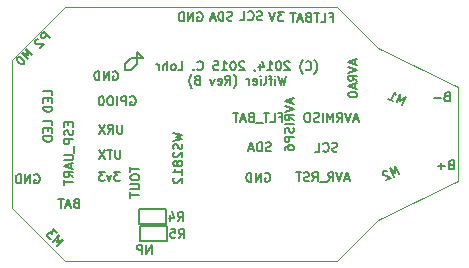
<source format=gbo>
G04 (created by PCBNEW (2013-jul-07)-stable) date Mon 22 Jun 2015 08:36:27 PM EDT*
%MOIN*%
G04 Gerber Fmt 3.4, Leading zero omitted, Abs format*
%FSLAX34Y34*%
G01*
G70*
G90*
G04 APERTURE LIST*
%ADD10C,0.00590551*%
%ADD11C,0.006*%
%ADD12C,0.00393701*%
%ADD13C,0.00787402*%
%ADD14C,0.005*%
G04 APERTURE END LIST*
G54D10*
G54D11*
X26814Y-23028D02*
X26914Y-23028D01*
X26914Y-23185D02*
X26914Y-22885D01*
X26772Y-22885D01*
X26514Y-23185D02*
X26657Y-23185D01*
X26657Y-22885D01*
X26457Y-22885D02*
X26286Y-22885D01*
X26372Y-23185D02*
X26372Y-22885D01*
X26257Y-23214D02*
X26029Y-23214D01*
X25857Y-23028D02*
X25815Y-23042D01*
X25800Y-23056D01*
X25786Y-23085D01*
X25786Y-23128D01*
X25800Y-23156D01*
X25815Y-23171D01*
X25843Y-23185D01*
X25957Y-23185D01*
X25957Y-22885D01*
X25857Y-22885D01*
X25829Y-22899D01*
X25815Y-22914D01*
X25800Y-22942D01*
X25800Y-22971D01*
X25815Y-22999D01*
X25829Y-23014D01*
X25857Y-23028D01*
X25957Y-23028D01*
X25672Y-23099D02*
X25529Y-23099D01*
X25700Y-23185D02*
X25600Y-22885D01*
X25500Y-23185D01*
X25443Y-22885D02*
X25272Y-22885D01*
X25357Y-23185D02*
X25357Y-22885D01*
X26523Y-24159D02*
X26480Y-24173D01*
X26408Y-24173D01*
X26380Y-24159D01*
X26366Y-24144D01*
X26351Y-24116D01*
X26351Y-24087D01*
X26366Y-24059D01*
X26380Y-24044D01*
X26408Y-24030D01*
X26466Y-24016D01*
X26494Y-24002D01*
X26508Y-23987D01*
X26523Y-23959D01*
X26523Y-23930D01*
X26508Y-23902D01*
X26494Y-23887D01*
X26466Y-23873D01*
X26394Y-23873D01*
X26351Y-23887D01*
X26223Y-24173D02*
X26223Y-23873D01*
X26151Y-23873D01*
X26109Y-23887D01*
X26080Y-23916D01*
X26066Y-23944D01*
X26051Y-24002D01*
X26051Y-24044D01*
X26066Y-24102D01*
X26080Y-24130D01*
X26109Y-24159D01*
X26151Y-24173D01*
X26223Y-24173D01*
X25937Y-24087D02*
X25794Y-24087D01*
X25966Y-24173D02*
X25866Y-23873D01*
X25766Y-24173D01*
X26338Y-24902D02*
X26367Y-24888D01*
X26410Y-24888D01*
X26452Y-24902D01*
X26481Y-24931D01*
X26495Y-24959D01*
X26510Y-25017D01*
X26510Y-25059D01*
X26495Y-25117D01*
X26481Y-25145D01*
X26452Y-25174D01*
X26410Y-25188D01*
X26381Y-25188D01*
X26338Y-25174D01*
X26324Y-25159D01*
X26324Y-25059D01*
X26381Y-25059D01*
X26195Y-25188D02*
X26195Y-24888D01*
X26024Y-25188D01*
X26024Y-24888D01*
X25881Y-25188D02*
X25881Y-24888D01*
X25810Y-24888D01*
X25767Y-24902D01*
X25738Y-24931D01*
X25724Y-24959D01*
X25710Y-25017D01*
X25710Y-25059D01*
X25724Y-25117D01*
X25738Y-25145D01*
X25767Y-25174D01*
X25810Y-25188D01*
X25881Y-25188D01*
X29144Y-25081D02*
X29001Y-25081D01*
X29173Y-25167D02*
X29073Y-24867D01*
X28973Y-25167D01*
X28915Y-24867D02*
X28815Y-25167D01*
X28715Y-24867D01*
X28444Y-25167D02*
X28544Y-25024D01*
X28615Y-25167D02*
X28615Y-24867D01*
X28501Y-24867D01*
X28472Y-24881D01*
X28458Y-24896D01*
X28444Y-24924D01*
X28444Y-24967D01*
X28458Y-24996D01*
X28472Y-25010D01*
X28501Y-25024D01*
X28615Y-25024D01*
X28387Y-25196D02*
X28158Y-25196D01*
X27915Y-25167D02*
X28015Y-25024D01*
X28087Y-25167D02*
X28087Y-24867D01*
X27973Y-24867D01*
X27944Y-24881D01*
X27930Y-24896D01*
X27915Y-24924D01*
X27915Y-24967D01*
X27930Y-24996D01*
X27944Y-25010D01*
X27973Y-25024D01*
X28087Y-25024D01*
X27801Y-25153D02*
X27758Y-25167D01*
X27687Y-25167D01*
X27658Y-25153D01*
X27644Y-25138D01*
X27630Y-25110D01*
X27630Y-25081D01*
X27644Y-25053D01*
X27658Y-25038D01*
X27687Y-25024D01*
X27744Y-25010D01*
X27773Y-24996D01*
X27787Y-24981D01*
X27801Y-24953D01*
X27801Y-24924D01*
X27787Y-24896D01*
X27773Y-24881D01*
X27744Y-24867D01*
X27673Y-24867D01*
X27630Y-24881D01*
X27544Y-24867D02*
X27373Y-24867D01*
X27458Y-25167D02*
X27458Y-24867D01*
X28740Y-24170D02*
X28697Y-24184D01*
X28625Y-24184D01*
X28597Y-24170D01*
X28582Y-24155D01*
X28568Y-24127D01*
X28568Y-24098D01*
X28582Y-24070D01*
X28597Y-24055D01*
X28625Y-24041D01*
X28682Y-24027D01*
X28711Y-24013D01*
X28725Y-23998D01*
X28740Y-23970D01*
X28740Y-23941D01*
X28725Y-23913D01*
X28711Y-23898D01*
X28682Y-23884D01*
X28611Y-23884D01*
X28568Y-23898D01*
X28268Y-24155D02*
X28283Y-24170D01*
X28325Y-24184D01*
X28354Y-24184D01*
X28397Y-24170D01*
X28425Y-24141D01*
X28440Y-24113D01*
X28454Y-24055D01*
X28454Y-24013D01*
X28440Y-23955D01*
X28425Y-23927D01*
X28397Y-23898D01*
X28354Y-23884D01*
X28325Y-23884D01*
X28283Y-23898D01*
X28268Y-23913D01*
X27997Y-24184D02*
X28140Y-24184D01*
X28140Y-23884D01*
X29431Y-23107D02*
X29289Y-23107D01*
X29460Y-23193D02*
X29360Y-22893D01*
X29260Y-23193D01*
X29203Y-22893D02*
X29103Y-23193D01*
X29003Y-22893D01*
X28731Y-23193D02*
X28831Y-23050D01*
X28903Y-23193D02*
X28903Y-22893D01*
X28789Y-22893D01*
X28760Y-22907D01*
X28746Y-22922D01*
X28731Y-22950D01*
X28731Y-22993D01*
X28746Y-23022D01*
X28760Y-23036D01*
X28789Y-23050D01*
X28903Y-23050D01*
X28603Y-23193D02*
X28603Y-22893D01*
X28503Y-23107D01*
X28403Y-22893D01*
X28403Y-23193D01*
X28260Y-23193D02*
X28260Y-22893D01*
X28131Y-23179D02*
X28089Y-23193D01*
X28017Y-23193D01*
X27989Y-23179D01*
X27974Y-23164D01*
X27960Y-23136D01*
X27960Y-23107D01*
X27974Y-23079D01*
X27989Y-23064D01*
X28017Y-23050D01*
X28074Y-23036D01*
X28103Y-23022D01*
X28117Y-23007D01*
X28131Y-22979D01*
X28131Y-22950D01*
X28117Y-22922D01*
X28103Y-22907D01*
X28074Y-22893D01*
X28003Y-22893D01*
X27960Y-22907D01*
X27774Y-22893D02*
X27717Y-22893D01*
X27689Y-22907D01*
X27660Y-22936D01*
X27646Y-22993D01*
X27646Y-23093D01*
X27660Y-23150D01*
X27689Y-23179D01*
X27717Y-23193D01*
X27774Y-23193D01*
X27803Y-23179D01*
X27831Y-23150D01*
X27846Y-23093D01*
X27846Y-22993D01*
X27831Y-22936D01*
X27803Y-22907D01*
X27774Y-22893D01*
G54D12*
X28718Y-19360D02*
X19662Y-19360D01*
X28718Y-27825D02*
X19662Y-27825D01*
X19662Y-27825D02*
X17891Y-26053D01*
X17891Y-21132D02*
X19662Y-19360D01*
X32753Y-25167D02*
X30096Y-26447D01*
X32753Y-22018D02*
X32753Y-25167D01*
X30096Y-20738D02*
X32753Y-22018D01*
X17891Y-21132D02*
X17891Y-26053D01*
G54D13*
X21876Y-21461D02*
X21676Y-21461D01*
X22076Y-21261D02*
X21876Y-21461D01*
X22076Y-21061D02*
X22076Y-21261D01*
X22276Y-21061D02*
X22076Y-21061D01*
X22076Y-20861D02*
X22276Y-21061D01*
X22076Y-21061D02*
X22076Y-20861D01*
X21876Y-21061D02*
X22076Y-21061D01*
X21676Y-21261D02*
X21876Y-21061D01*
X21676Y-21461D02*
X21676Y-21261D01*
G54D11*
X27981Y-21575D02*
X27995Y-21561D01*
X28024Y-21518D01*
X28038Y-21490D01*
X28052Y-21447D01*
X28067Y-21375D01*
X28067Y-21318D01*
X28052Y-21247D01*
X28038Y-21204D01*
X28024Y-21175D01*
X27995Y-21132D01*
X27981Y-21118D01*
X27695Y-21432D02*
X27709Y-21447D01*
X27752Y-21461D01*
X27781Y-21461D01*
X27824Y-21447D01*
X27852Y-21418D01*
X27867Y-21390D01*
X27881Y-21332D01*
X27881Y-21290D01*
X27867Y-21232D01*
X27852Y-21204D01*
X27824Y-21175D01*
X27781Y-21161D01*
X27752Y-21161D01*
X27709Y-21175D01*
X27695Y-21190D01*
X27595Y-21575D02*
X27581Y-21561D01*
X27552Y-21518D01*
X27538Y-21490D01*
X27524Y-21447D01*
X27509Y-21375D01*
X27509Y-21318D01*
X27524Y-21247D01*
X27538Y-21204D01*
X27552Y-21175D01*
X27581Y-21132D01*
X27595Y-21118D01*
X27152Y-21190D02*
X27138Y-21175D01*
X27109Y-21161D01*
X27038Y-21161D01*
X27009Y-21175D01*
X26995Y-21190D01*
X26981Y-21218D01*
X26981Y-21247D01*
X26995Y-21290D01*
X27167Y-21461D01*
X26981Y-21461D01*
X26795Y-21161D02*
X26767Y-21161D01*
X26738Y-21175D01*
X26724Y-21190D01*
X26709Y-21218D01*
X26695Y-21275D01*
X26695Y-21347D01*
X26709Y-21404D01*
X26724Y-21432D01*
X26738Y-21447D01*
X26767Y-21461D01*
X26795Y-21461D01*
X26824Y-21447D01*
X26838Y-21432D01*
X26852Y-21404D01*
X26867Y-21347D01*
X26867Y-21275D01*
X26852Y-21218D01*
X26838Y-21190D01*
X26824Y-21175D01*
X26795Y-21161D01*
X26409Y-21461D02*
X26581Y-21461D01*
X26495Y-21461D02*
X26495Y-21161D01*
X26524Y-21204D01*
X26552Y-21232D01*
X26581Y-21247D01*
X26152Y-21261D02*
X26152Y-21461D01*
X26224Y-21147D02*
X26295Y-21361D01*
X26109Y-21361D01*
X25981Y-21447D02*
X25981Y-21461D01*
X25995Y-21490D01*
X26009Y-21504D01*
X25638Y-21190D02*
X25624Y-21175D01*
X25595Y-21161D01*
X25524Y-21161D01*
X25495Y-21175D01*
X25481Y-21190D01*
X25467Y-21218D01*
X25467Y-21247D01*
X25481Y-21290D01*
X25652Y-21461D01*
X25467Y-21461D01*
X25281Y-21161D02*
X25252Y-21161D01*
X25224Y-21175D01*
X25210Y-21190D01*
X25195Y-21218D01*
X25181Y-21275D01*
X25181Y-21347D01*
X25195Y-21404D01*
X25210Y-21432D01*
X25224Y-21447D01*
X25252Y-21461D01*
X25281Y-21461D01*
X25310Y-21447D01*
X25324Y-21432D01*
X25338Y-21404D01*
X25352Y-21347D01*
X25352Y-21275D01*
X25338Y-21218D01*
X25324Y-21190D01*
X25310Y-21175D01*
X25281Y-21161D01*
X24895Y-21461D02*
X25067Y-21461D01*
X24981Y-21461D02*
X24981Y-21161D01*
X25010Y-21204D01*
X25038Y-21232D01*
X25067Y-21247D01*
X24624Y-21161D02*
X24767Y-21161D01*
X24781Y-21304D01*
X24767Y-21290D01*
X24738Y-21275D01*
X24667Y-21275D01*
X24638Y-21290D01*
X24624Y-21304D01*
X24610Y-21332D01*
X24610Y-21404D01*
X24624Y-21432D01*
X24638Y-21447D01*
X24667Y-21461D01*
X24738Y-21461D01*
X24767Y-21447D01*
X24781Y-21432D01*
X24081Y-21432D02*
X24095Y-21447D01*
X24138Y-21461D01*
X24167Y-21461D01*
X24210Y-21447D01*
X24238Y-21418D01*
X24252Y-21390D01*
X24267Y-21332D01*
X24267Y-21290D01*
X24252Y-21232D01*
X24238Y-21204D01*
X24210Y-21175D01*
X24167Y-21161D01*
X24138Y-21161D01*
X24095Y-21175D01*
X24081Y-21190D01*
X23952Y-21432D02*
X23938Y-21447D01*
X23952Y-21461D01*
X23967Y-21447D01*
X23952Y-21432D01*
X23952Y-21461D01*
X23438Y-21461D02*
X23581Y-21461D01*
X23581Y-21161D01*
X23295Y-21461D02*
X23324Y-21447D01*
X23338Y-21432D01*
X23352Y-21404D01*
X23352Y-21318D01*
X23338Y-21290D01*
X23324Y-21275D01*
X23295Y-21261D01*
X23252Y-21261D01*
X23224Y-21275D01*
X23210Y-21290D01*
X23195Y-21318D01*
X23195Y-21404D01*
X23210Y-21432D01*
X23224Y-21447D01*
X23252Y-21461D01*
X23295Y-21461D01*
X23067Y-21461D02*
X23067Y-21161D01*
X22938Y-21461D02*
X22938Y-21304D01*
X22952Y-21275D01*
X22981Y-21261D01*
X23024Y-21261D01*
X23052Y-21275D01*
X23067Y-21290D01*
X22795Y-21461D02*
X22795Y-21261D01*
X22795Y-21318D02*
X22781Y-21290D01*
X22767Y-21275D01*
X22738Y-21261D01*
X22710Y-21261D01*
X27038Y-21641D02*
X26967Y-21941D01*
X26909Y-21727D01*
X26852Y-21941D01*
X26781Y-21641D01*
X26667Y-21941D02*
X26667Y-21741D01*
X26667Y-21641D02*
X26681Y-21655D01*
X26667Y-21670D01*
X26652Y-21655D01*
X26667Y-21641D01*
X26667Y-21670D01*
X26567Y-21741D02*
X26452Y-21741D01*
X26524Y-21941D02*
X26524Y-21684D01*
X26510Y-21655D01*
X26481Y-21641D01*
X26452Y-21641D01*
X26309Y-21941D02*
X26338Y-21927D01*
X26352Y-21898D01*
X26352Y-21641D01*
X26195Y-21941D02*
X26195Y-21741D01*
X26195Y-21641D02*
X26209Y-21655D01*
X26195Y-21670D01*
X26181Y-21655D01*
X26195Y-21641D01*
X26195Y-21670D01*
X25938Y-21927D02*
X25967Y-21941D01*
X26024Y-21941D01*
X26052Y-21927D01*
X26067Y-21898D01*
X26067Y-21784D01*
X26052Y-21755D01*
X26024Y-21741D01*
X25967Y-21741D01*
X25938Y-21755D01*
X25924Y-21784D01*
X25924Y-21812D01*
X26067Y-21841D01*
X25795Y-21941D02*
X25795Y-21741D01*
X25795Y-21798D02*
X25781Y-21770D01*
X25767Y-21755D01*
X25738Y-21741D01*
X25709Y-21741D01*
X25295Y-22055D02*
X25310Y-22041D01*
X25338Y-21998D01*
X25352Y-21970D01*
X25367Y-21927D01*
X25381Y-21855D01*
X25381Y-21798D01*
X25367Y-21727D01*
X25352Y-21684D01*
X25338Y-21655D01*
X25310Y-21612D01*
X25295Y-21598D01*
X25010Y-21941D02*
X25110Y-21798D01*
X25181Y-21941D02*
X25181Y-21641D01*
X25067Y-21641D01*
X25038Y-21655D01*
X25024Y-21670D01*
X25010Y-21698D01*
X25010Y-21741D01*
X25024Y-21770D01*
X25038Y-21784D01*
X25067Y-21798D01*
X25181Y-21798D01*
X24767Y-21927D02*
X24795Y-21941D01*
X24852Y-21941D01*
X24881Y-21927D01*
X24895Y-21898D01*
X24895Y-21784D01*
X24881Y-21755D01*
X24852Y-21741D01*
X24795Y-21741D01*
X24767Y-21755D01*
X24752Y-21784D01*
X24752Y-21812D01*
X24895Y-21841D01*
X24652Y-21741D02*
X24581Y-21941D01*
X24510Y-21741D01*
X24067Y-21784D02*
X24024Y-21798D01*
X24010Y-21812D01*
X23995Y-21841D01*
X23995Y-21884D01*
X24010Y-21912D01*
X24024Y-21927D01*
X24052Y-21941D01*
X24167Y-21941D01*
X24167Y-21641D01*
X24067Y-21641D01*
X24038Y-21655D01*
X24024Y-21670D01*
X24010Y-21698D01*
X24010Y-21727D01*
X24024Y-21755D01*
X24038Y-21770D01*
X24067Y-21784D01*
X24167Y-21784D01*
X23895Y-22055D02*
X23881Y-22041D01*
X23852Y-21998D01*
X23838Y-21970D01*
X23824Y-21927D01*
X23810Y-21855D01*
X23810Y-21798D01*
X23824Y-21727D01*
X23838Y-21684D01*
X23852Y-21655D01*
X23881Y-21612D01*
X23895Y-21598D01*
X21263Y-21514D02*
X21292Y-21500D01*
X21335Y-21500D01*
X21377Y-21514D01*
X21406Y-21543D01*
X21420Y-21571D01*
X21435Y-21629D01*
X21435Y-21671D01*
X21420Y-21729D01*
X21406Y-21757D01*
X21377Y-21786D01*
X21335Y-21800D01*
X21306Y-21800D01*
X21263Y-21786D01*
X21249Y-21771D01*
X21249Y-21671D01*
X21306Y-21671D01*
X21120Y-21800D02*
X21120Y-21500D01*
X20949Y-21800D01*
X20949Y-21500D01*
X20806Y-21800D02*
X20806Y-21500D01*
X20735Y-21500D01*
X20692Y-21514D01*
X20663Y-21543D01*
X20649Y-21571D01*
X20635Y-21629D01*
X20635Y-21671D01*
X20649Y-21729D01*
X20663Y-21757D01*
X20692Y-21786D01*
X20735Y-21800D01*
X20806Y-21800D01*
X21848Y-22354D02*
X21877Y-22340D01*
X21920Y-22340D01*
X21963Y-22354D01*
X21991Y-22383D01*
X22005Y-22411D01*
X22020Y-22469D01*
X22020Y-22511D01*
X22005Y-22569D01*
X21991Y-22597D01*
X21963Y-22626D01*
X21920Y-22640D01*
X21891Y-22640D01*
X21848Y-22626D01*
X21834Y-22611D01*
X21834Y-22511D01*
X21891Y-22511D01*
X21705Y-22640D02*
X21705Y-22340D01*
X21591Y-22340D01*
X21563Y-22354D01*
X21548Y-22369D01*
X21534Y-22397D01*
X21534Y-22440D01*
X21548Y-22469D01*
X21563Y-22483D01*
X21591Y-22497D01*
X21705Y-22497D01*
X21405Y-22640D02*
X21405Y-22340D01*
X21206Y-22340D02*
X21148Y-22340D01*
X21120Y-22354D01*
X21091Y-22383D01*
X21077Y-22440D01*
X21077Y-22540D01*
X21091Y-22597D01*
X21120Y-22626D01*
X21148Y-22640D01*
X21206Y-22640D01*
X21234Y-22626D01*
X21263Y-22597D01*
X21277Y-22540D01*
X21277Y-22440D01*
X21263Y-22383D01*
X21234Y-22354D01*
X21206Y-22340D01*
X20891Y-22340D02*
X20863Y-22340D01*
X20834Y-22354D01*
X20820Y-22369D01*
X20805Y-22397D01*
X20791Y-22454D01*
X20791Y-22526D01*
X20805Y-22583D01*
X20820Y-22611D01*
X20834Y-22626D01*
X20863Y-22640D01*
X20891Y-22640D01*
X20920Y-22626D01*
X20934Y-22611D01*
X20948Y-22583D01*
X20963Y-22526D01*
X20963Y-22454D01*
X20948Y-22397D01*
X20934Y-22369D01*
X20920Y-22354D01*
X20891Y-22340D01*
X21581Y-23278D02*
X21581Y-23521D01*
X21567Y-23549D01*
X21553Y-23564D01*
X21524Y-23578D01*
X21467Y-23578D01*
X21438Y-23564D01*
X21424Y-23549D01*
X21410Y-23521D01*
X21410Y-23278D01*
X21095Y-23578D02*
X21195Y-23435D01*
X21267Y-23578D02*
X21267Y-23278D01*
X21153Y-23278D01*
X21124Y-23292D01*
X21110Y-23307D01*
X21095Y-23335D01*
X21095Y-23378D01*
X21110Y-23407D01*
X21124Y-23421D01*
X21153Y-23435D01*
X21267Y-23435D01*
X20995Y-23278D02*
X20795Y-23578D01*
X20795Y-23278D02*
X20995Y-23578D01*
X21510Y-24118D02*
X21510Y-24361D01*
X21496Y-24389D01*
X21482Y-24404D01*
X21453Y-24418D01*
X21396Y-24418D01*
X21367Y-24404D01*
X21353Y-24389D01*
X21339Y-24361D01*
X21339Y-24118D01*
X21239Y-24118D02*
X21067Y-24118D01*
X21153Y-24418D02*
X21153Y-24118D01*
X20996Y-24118D02*
X20796Y-24418D01*
X20796Y-24118D02*
X20996Y-24418D01*
X21497Y-24853D02*
X21311Y-24853D01*
X21411Y-24967D01*
X21368Y-24967D01*
X21339Y-24982D01*
X21325Y-24996D01*
X21311Y-25024D01*
X21311Y-25096D01*
X21325Y-25124D01*
X21339Y-25139D01*
X21368Y-25153D01*
X21454Y-25153D01*
X21482Y-25139D01*
X21497Y-25124D01*
X21211Y-24953D02*
X21139Y-25153D01*
X21068Y-24953D01*
X20982Y-24853D02*
X20797Y-24853D01*
X20897Y-24967D01*
X20854Y-24967D01*
X20825Y-24982D01*
X20811Y-24996D01*
X20797Y-25024D01*
X20797Y-25096D01*
X20811Y-25124D01*
X20825Y-25139D01*
X20854Y-25153D01*
X20940Y-25153D01*
X20968Y-25139D01*
X20982Y-25124D01*
X20030Y-25893D02*
X19987Y-25907D01*
X19973Y-25921D01*
X19959Y-25950D01*
X19959Y-25993D01*
X19973Y-26021D01*
X19987Y-26036D01*
X20016Y-26050D01*
X20130Y-26050D01*
X20130Y-25750D01*
X20030Y-25750D01*
X20001Y-25764D01*
X19987Y-25779D01*
X19973Y-25807D01*
X19973Y-25836D01*
X19987Y-25864D01*
X20001Y-25879D01*
X20030Y-25893D01*
X20130Y-25893D01*
X19844Y-25964D02*
X19701Y-25964D01*
X19873Y-26050D02*
X19773Y-25750D01*
X19673Y-26050D01*
X19616Y-25750D02*
X19444Y-25750D01*
X19530Y-26050D02*
X19530Y-25750D01*
G54D12*
X28718Y-19360D02*
X30096Y-20738D01*
X28718Y-27825D02*
X30096Y-26447D01*
G54D14*
X23036Y-26075D02*
X22136Y-26075D01*
X22136Y-26075D02*
X22136Y-26575D01*
X22136Y-26575D02*
X23036Y-26575D01*
X23036Y-26575D02*
X23036Y-26075D01*
X22149Y-27147D02*
X23049Y-27147D01*
X23049Y-27147D02*
X23049Y-26647D01*
X23049Y-26647D02*
X22149Y-26647D01*
X22149Y-26647D02*
X22149Y-27147D01*
G54D11*
X27205Y-22422D02*
X27205Y-22565D01*
X27291Y-22394D02*
X26991Y-22494D01*
X27291Y-22594D01*
X26991Y-22651D02*
X27291Y-22751D01*
X26991Y-22851D01*
X27291Y-23122D02*
X27148Y-23022D01*
X27291Y-22951D02*
X26991Y-22951D01*
X26991Y-23065D01*
X27005Y-23094D01*
X27020Y-23108D01*
X27048Y-23122D01*
X27091Y-23122D01*
X27120Y-23108D01*
X27134Y-23094D01*
X27148Y-23065D01*
X27148Y-22951D01*
X27291Y-23251D02*
X26991Y-23251D01*
X27277Y-23380D02*
X27291Y-23422D01*
X27291Y-23494D01*
X27277Y-23522D01*
X27262Y-23537D01*
X27234Y-23551D01*
X27205Y-23551D01*
X27177Y-23537D01*
X27162Y-23522D01*
X27148Y-23494D01*
X27134Y-23437D01*
X27120Y-23408D01*
X27105Y-23394D01*
X27077Y-23380D01*
X27048Y-23380D01*
X27020Y-23394D01*
X27005Y-23408D01*
X26991Y-23437D01*
X26991Y-23508D01*
X27005Y-23551D01*
X27291Y-23680D02*
X26991Y-23680D01*
X26991Y-23794D01*
X27005Y-23822D01*
X27020Y-23837D01*
X27048Y-23851D01*
X27091Y-23851D01*
X27120Y-23837D01*
X27134Y-23822D01*
X27148Y-23794D01*
X27148Y-23680D01*
X26991Y-24108D02*
X26991Y-24051D01*
X27005Y-24022D01*
X27020Y-24008D01*
X27062Y-23980D01*
X27120Y-23965D01*
X27234Y-23965D01*
X27262Y-23980D01*
X27277Y-23994D01*
X27291Y-24022D01*
X27291Y-24080D01*
X27277Y-24108D01*
X27262Y-24122D01*
X27234Y-24137D01*
X27162Y-24137D01*
X27134Y-24122D01*
X27120Y-24108D01*
X27105Y-24080D01*
X27105Y-24022D01*
X27120Y-23994D01*
X27134Y-23980D01*
X27162Y-23965D01*
X19781Y-23205D02*
X19781Y-23305D01*
X19938Y-23348D02*
X19938Y-23205D01*
X19638Y-23205D01*
X19638Y-23348D01*
X19924Y-23462D02*
X19938Y-23505D01*
X19938Y-23577D01*
X19924Y-23605D01*
X19909Y-23619D01*
X19881Y-23634D01*
X19852Y-23634D01*
X19824Y-23619D01*
X19809Y-23605D01*
X19795Y-23577D01*
X19781Y-23519D01*
X19767Y-23491D01*
X19752Y-23477D01*
X19724Y-23462D01*
X19695Y-23462D01*
X19667Y-23477D01*
X19652Y-23491D01*
X19638Y-23519D01*
X19638Y-23591D01*
X19652Y-23634D01*
X19938Y-23762D02*
X19638Y-23762D01*
X19638Y-23877D01*
X19652Y-23905D01*
X19667Y-23919D01*
X19695Y-23934D01*
X19738Y-23934D01*
X19767Y-23919D01*
X19781Y-23905D01*
X19795Y-23877D01*
X19795Y-23762D01*
X19967Y-23991D02*
X19967Y-24219D01*
X19638Y-24291D02*
X19881Y-24291D01*
X19909Y-24305D01*
X19924Y-24319D01*
X19938Y-24348D01*
X19938Y-24405D01*
X19924Y-24434D01*
X19909Y-24448D01*
X19881Y-24462D01*
X19638Y-24462D01*
X19852Y-24591D02*
X19852Y-24734D01*
X19938Y-24562D02*
X19638Y-24662D01*
X19938Y-24762D01*
X19938Y-25034D02*
X19795Y-24934D01*
X19938Y-24862D02*
X19638Y-24862D01*
X19638Y-24977D01*
X19652Y-25005D01*
X19667Y-25019D01*
X19695Y-25034D01*
X19738Y-25034D01*
X19767Y-25019D01*
X19781Y-25005D01*
X19795Y-24977D01*
X19795Y-24862D01*
X19638Y-25119D02*
X19638Y-25291D01*
X19938Y-25205D02*
X19638Y-25205D01*
X19163Y-20404D02*
X18951Y-20192D01*
X18870Y-20272D01*
X18860Y-20303D01*
X18860Y-20323D01*
X18870Y-20353D01*
X18900Y-20384D01*
X18931Y-20394D01*
X18951Y-20394D01*
X18981Y-20384D01*
X19062Y-20303D01*
X18769Y-20414D02*
X18749Y-20414D01*
X18718Y-20424D01*
X18668Y-20475D01*
X18658Y-20505D01*
X18658Y-20525D01*
X18668Y-20555D01*
X18688Y-20576D01*
X18729Y-20596D01*
X18971Y-20596D01*
X18840Y-20727D01*
X18579Y-20961D02*
X18367Y-20749D01*
X18448Y-20971D01*
X18226Y-20890D01*
X18438Y-21102D01*
X18084Y-21031D02*
X18064Y-21052D01*
X18054Y-21082D01*
X18054Y-21102D01*
X18064Y-21132D01*
X18094Y-21183D01*
X18145Y-21233D01*
X18195Y-21264D01*
X18226Y-21274D01*
X18246Y-21274D01*
X18276Y-21264D01*
X18296Y-21243D01*
X18306Y-21213D01*
X18306Y-21193D01*
X18296Y-21163D01*
X18266Y-21112D01*
X18215Y-21062D01*
X18165Y-21031D01*
X18135Y-21021D01*
X18114Y-21021D01*
X18084Y-21031D01*
X30898Y-22624D02*
X31024Y-22352D01*
X30843Y-22504D01*
X30843Y-22268D01*
X30716Y-22539D01*
X30444Y-22413D02*
X30600Y-22485D01*
X30522Y-22449D02*
X30649Y-22177D01*
X30657Y-22228D01*
X30670Y-22266D01*
X30690Y-22291D01*
X30805Y-24924D02*
X30678Y-24652D01*
X30678Y-24888D01*
X30497Y-24737D01*
X30624Y-25008D01*
X30392Y-24817D02*
X30373Y-24810D01*
X30342Y-24809D01*
X30277Y-24839D01*
X30257Y-24864D01*
X30250Y-24883D01*
X30249Y-24915D01*
X30261Y-24941D01*
X30292Y-24974D01*
X30520Y-25057D01*
X30352Y-25135D01*
X19396Y-27322D02*
X19608Y-27110D01*
X19386Y-27191D01*
X19467Y-26969D01*
X19255Y-27181D01*
X19386Y-26888D02*
X19255Y-26756D01*
X19245Y-26908D01*
X19215Y-26878D01*
X19184Y-26868D01*
X19164Y-26868D01*
X19134Y-26878D01*
X19083Y-26928D01*
X19073Y-26958D01*
X19073Y-26979D01*
X19083Y-27009D01*
X19144Y-27070D01*
X19174Y-27080D01*
X19194Y-27080D01*
X32382Y-22340D02*
X32339Y-22354D01*
X32325Y-22368D01*
X32310Y-22397D01*
X32310Y-22440D01*
X32325Y-22468D01*
X32339Y-22483D01*
X32368Y-22497D01*
X32482Y-22497D01*
X32482Y-22197D01*
X32382Y-22197D01*
X32353Y-22211D01*
X32339Y-22226D01*
X32325Y-22254D01*
X32325Y-22283D01*
X32339Y-22311D01*
X32353Y-22326D01*
X32382Y-22340D01*
X32482Y-22340D01*
X32182Y-22383D02*
X31953Y-22383D01*
X32522Y-24615D02*
X32479Y-24629D01*
X32465Y-24643D01*
X32450Y-24672D01*
X32450Y-24715D01*
X32465Y-24743D01*
X32479Y-24758D01*
X32508Y-24772D01*
X32622Y-24772D01*
X32622Y-24472D01*
X32522Y-24472D01*
X32493Y-24486D01*
X32479Y-24501D01*
X32465Y-24529D01*
X32465Y-24558D01*
X32479Y-24586D01*
X32493Y-24601D01*
X32522Y-24615D01*
X32622Y-24615D01*
X32322Y-24658D02*
X32093Y-24658D01*
X32208Y-24772D02*
X32208Y-24543D01*
X23274Y-23557D02*
X23574Y-23628D01*
X23360Y-23685D01*
X23574Y-23742D01*
X23274Y-23814D01*
X23560Y-23914D02*
X23574Y-23957D01*
X23574Y-24028D01*
X23560Y-24057D01*
X23545Y-24071D01*
X23517Y-24085D01*
X23488Y-24085D01*
X23460Y-24071D01*
X23445Y-24057D01*
X23431Y-24028D01*
X23417Y-23971D01*
X23403Y-23942D01*
X23388Y-23928D01*
X23360Y-23914D01*
X23331Y-23914D01*
X23303Y-23928D01*
X23288Y-23942D01*
X23274Y-23971D01*
X23274Y-24042D01*
X23288Y-24085D01*
X23303Y-24200D02*
X23288Y-24214D01*
X23274Y-24242D01*
X23274Y-24314D01*
X23288Y-24342D01*
X23303Y-24357D01*
X23331Y-24371D01*
X23360Y-24371D01*
X23403Y-24357D01*
X23574Y-24185D01*
X23574Y-24371D01*
X23403Y-24542D02*
X23388Y-24514D01*
X23374Y-24500D01*
X23345Y-24485D01*
X23331Y-24485D01*
X23303Y-24500D01*
X23288Y-24514D01*
X23274Y-24542D01*
X23274Y-24600D01*
X23288Y-24628D01*
X23303Y-24642D01*
X23331Y-24657D01*
X23345Y-24657D01*
X23374Y-24642D01*
X23388Y-24628D01*
X23403Y-24600D01*
X23403Y-24542D01*
X23417Y-24514D01*
X23431Y-24500D01*
X23460Y-24485D01*
X23517Y-24485D01*
X23545Y-24500D01*
X23560Y-24514D01*
X23574Y-24542D01*
X23574Y-24600D01*
X23560Y-24628D01*
X23545Y-24642D01*
X23517Y-24657D01*
X23460Y-24657D01*
X23431Y-24642D01*
X23417Y-24628D01*
X23403Y-24600D01*
X23574Y-24942D02*
X23574Y-24771D01*
X23574Y-24857D02*
X23274Y-24857D01*
X23317Y-24828D01*
X23345Y-24800D01*
X23360Y-24771D01*
X23303Y-25057D02*
X23288Y-25071D01*
X23274Y-25100D01*
X23274Y-25171D01*
X23288Y-25200D01*
X23303Y-25214D01*
X23331Y-25228D01*
X23360Y-25228D01*
X23403Y-25214D01*
X23574Y-25042D01*
X23574Y-25228D01*
X25244Y-19807D02*
X25201Y-19821D01*
X25129Y-19821D01*
X25101Y-19807D01*
X25087Y-19792D01*
X25072Y-19764D01*
X25072Y-19735D01*
X25087Y-19707D01*
X25101Y-19692D01*
X25129Y-19678D01*
X25187Y-19664D01*
X25215Y-19650D01*
X25229Y-19635D01*
X25244Y-19607D01*
X25244Y-19578D01*
X25229Y-19550D01*
X25215Y-19535D01*
X25187Y-19521D01*
X25115Y-19521D01*
X25072Y-19535D01*
X24944Y-19821D02*
X24944Y-19521D01*
X24872Y-19521D01*
X24830Y-19535D01*
X24801Y-19564D01*
X24787Y-19592D01*
X24772Y-19650D01*
X24772Y-19692D01*
X24787Y-19750D01*
X24801Y-19778D01*
X24830Y-19807D01*
X24872Y-19821D01*
X24944Y-19821D01*
X24658Y-19735D02*
X24515Y-19735D01*
X24687Y-19821D02*
X24587Y-19521D01*
X24487Y-19821D01*
X26237Y-19787D02*
X26194Y-19801D01*
X26122Y-19801D01*
X26094Y-19787D01*
X26079Y-19772D01*
X26065Y-19744D01*
X26065Y-19715D01*
X26079Y-19687D01*
X26094Y-19672D01*
X26122Y-19658D01*
X26179Y-19644D01*
X26208Y-19630D01*
X26222Y-19615D01*
X26237Y-19587D01*
X26237Y-19558D01*
X26222Y-19530D01*
X26208Y-19515D01*
X26179Y-19501D01*
X26108Y-19501D01*
X26065Y-19515D01*
X25765Y-19772D02*
X25780Y-19787D01*
X25822Y-19801D01*
X25851Y-19801D01*
X25894Y-19787D01*
X25922Y-19758D01*
X25937Y-19730D01*
X25951Y-19672D01*
X25951Y-19630D01*
X25937Y-19572D01*
X25922Y-19544D01*
X25894Y-19515D01*
X25851Y-19501D01*
X25822Y-19501D01*
X25780Y-19515D01*
X25765Y-19530D01*
X25494Y-19801D02*
X25637Y-19801D01*
X25637Y-19501D01*
X26949Y-19522D02*
X26763Y-19522D01*
X26863Y-19636D01*
X26820Y-19636D01*
X26792Y-19651D01*
X26778Y-19665D01*
X26763Y-19693D01*
X26763Y-19765D01*
X26778Y-19793D01*
X26792Y-19808D01*
X26820Y-19822D01*
X26906Y-19822D01*
X26935Y-19808D01*
X26949Y-19793D01*
X26678Y-19522D02*
X26578Y-19822D01*
X26478Y-19522D01*
X24078Y-19545D02*
X24107Y-19531D01*
X24150Y-19531D01*
X24192Y-19545D01*
X24221Y-19574D01*
X24235Y-19602D01*
X24250Y-19660D01*
X24250Y-19702D01*
X24235Y-19760D01*
X24221Y-19788D01*
X24192Y-19817D01*
X24150Y-19831D01*
X24121Y-19831D01*
X24078Y-19817D01*
X24064Y-19802D01*
X24064Y-19702D01*
X24121Y-19702D01*
X23935Y-19831D02*
X23935Y-19531D01*
X23764Y-19831D01*
X23764Y-19531D01*
X23621Y-19831D02*
X23621Y-19531D01*
X23550Y-19531D01*
X23507Y-19545D01*
X23478Y-19574D01*
X23464Y-19602D01*
X23450Y-19660D01*
X23450Y-19702D01*
X23464Y-19760D01*
X23478Y-19788D01*
X23507Y-19817D01*
X23550Y-19831D01*
X23621Y-19831D01*
X19245Y-23299D02*
X19245Y-23156D01*
X18945Y-23156D01*
X19088Y-23399D02*
X19088Y-23499D01*
X19245Y-23542D02*
X19245Y-23399D01*
X18945Y-23399D01*
X18945Y-23542D01*
X19245Y-23670D02*
X18945Y-23670D01*
X18945Y-23742D01*
X18959Y-23784D01*
X18988Y-23813D01*
X19016Y-23827D01*
X19074Y-23842D01*
X19116Y-23842D01*
X19174Y-23827D01*
X19202Y-23813D01*
X19231Y-23784D01*
X19245Y-23742D01*
X19245Y-23670D01*
X19246Y-22307D02*
X19246Y-22164D01*
X18946Y-22164D01*
X19089Y-22407D02*
X19089Y-22507D01*
X19246Y-22550D02*
X19246Y-22407D01*
X18946Y-22407D01*
X18946Y-22550D01*
X19246Y-22678D02*
X18946Y-22678D01*
X18946Y-22750D01*
X18960Y-22792D01*
X18989Y-22821D01*
X19017Y-22835D01*
X19075Y-22850D01*
X19117Y-22850D01*
X19175Y-22835D01*
X19203Y-22821D01*
X19232Y-22792D01*
X19246Y-22750D01*
X19246Y-22678D01*
X18645Y-24951D02*
X18674Y-24937D01*
X18717Y-24937D01*
X18759Y-24951D01*
X18788Y-24980D01*
X18802Y-25008D01*
X18817Y-25066D01*
X18817Y-25108D01*
X18802Y-25166D01*
X18788Y-25194D01*
X18759Y-25223D01*
X18717Y-25237D01*
X18688Y-25237D01*
X18645Y-25223D01*
X18631Y-25208D01*
X18631Y-25108D01*
X18688Y-25108D01*
X18502Y-25237D02*
X18502Y-24937D01*
X18331Y-25237D01*
X18331Y-24937D01*
X18188Y-25237D02*
X18188Y-24937D01*
X18117Y-24937D01*
X18074Y-24951D01*
X18045Y-24980D01*
X18031Y-25008D01*
X18017Y-25066D01*
X18017Y-25108D01*
X18031Y-25166D01*
X18045Y-25194D01*
X18074Y-25223D01*
X18117Y-25237D01*
X18188Y-25237D01*
X28494Y-19688D02*
X28594Y-19688D01*
X28594Y-19845D02*
X28594Y-19545D01*
X28451Y-19545D01*
X28194Y-19845D02*
X28337Y-19845D01*
X28337Y-19545D01*
X28137Y-19545D02*
X27966Y-19545D01*
X28051Y-19845D02*
X28051Y-19545D01*
X27766Y-19688D02*
X27723Y-19702D01*
X27709Y-19716D01*
X27694Y-19745D01*
X27694Y-19788D01*
X27709Y-19816D01*
X27723Y-19831D01*
X27751Y-19845D01*
X27866Y-19845D01*
X27866Y-19545D01*
X27766Y-19545D01*
X27737Y-19559D01*
X27723Y-19574D01*
X27709Y-19602D01*
X27709Y-19631D01*
X27723Y-19659D01*
X27737Y-19674D01*
X27766Y-19688D01*
X27866Y-19688D01*
X27580Y-19759D02*
X27437Y-19759D01*
X27609Y-19845D02*
X27509Y-19545D01*
X27409Y-19845D01*
X27351Y-19545D02*
X27180Y-19545D01*
X27266Y-19845D02*
X27266Y-19545D01*
X23423Y-26485D02*
X23523Y-26342D01*
X23594Y-26485D02*
X23594Y-26185D01*
X23480Y-26185D01*
X23451Y-26199D01*
X23437Y-26214D01*
X23423Y-26242D01*
X23423Y-26285D01*
X23437Y-26314D01*
X23451Y-26328D01*
X23480Y-26342D01*
X23594Y-26342D01*
X23165Y-26285D02*
X23165Y-26485D01*
X23237Y-26171D02*
X23308Y-26385D01*
X23123Y-26385D01*
X23455Y-27054D02*
X23555Y-26911D01*
X23626Y-27054D02*
X23626Y-26754D01*
X23512Y-26754D01*
X23483Y-26768D01*
X23469Y-26783D01*
X23455Y-26811D01*
X23455Y-26854D01*
X23469Y-26883D01*
X23483Y-26897D01*
X23512Y-26911D01*
X23626Y-26911D01*
X23183Y-26754D02*
X23326Y-26754D01*
X23340Y-26897D01*
X23326Y-26883D01*
X23297Y-26868D01*
X23226Y-26868D01*
X23197Y-26883D01*
X23183Y-26897D01*
X23169Y-26925D01*
X23169Y-26997D01*
X23183Y-27025D01*
X23197Y-27040D01*
X23226Y-27054D01*
X23297Y-27054D01*
X23326Y-27040D01*
X23340Y-27025D01*
X22551Y-27585D02*
X22551Y-27285D01*
X22380Y-27585D01*
X22380Y-27285D01*
X22237Y-27585D02*
X22237Y-27285D01*
X22123Y-27285D01*
X22094Y-27299D01*
X22080Y-27314D01*
X22066Y-27342D01*
X22066Y-27385D01*
X22080Y-27414D01*
X22094Y-27428D01*
X22123Y-27442D01*
X22237Y-27442D01*
X21848Y-24679D02*
X21848Y-24851D01*
X22148Y-24765D02*
X21848Y-24765D01*
X21848Y-25008D02*
X21848Y-25065D01*
X21862Y-25094D01*
X21891Y-25122D01*
X21948Y-25136D01*
X22048Y-25136D01*
X22105Y-25122D01*
X22134Y-25094D01*
X22148Y-25065D01*
X22148Y-25008D01*
X22134Y-24979D01*
X22105Y-24951D01*
X22048Y-24936D01*
X21948Y-24936D01*
X21891Y-24951D01*
X21862Y-24979D01*
X21848Y-25008D01*
X21848Y-25265D02*
X22091Y-25265D01*
X22119Y-25279D01*
X22134Y-25294D01*
X22148Y-25322D01*
X22148Y-25379D01*
X22134Y-25408D01*
X22119Y-25422D01*
X22091Y-25436D01*
X21848Y-25436D01*
X21848Y-25536D02*
X21848Y-25708D01*
X22148Y-25622D02*
X21848Y-25622D01*
X29323Y-21113D02*
X29323Y-21256D01*
X29409Y-21085D02*
X29109Y-21185D01*
X29409Y-21285D01*
X29109Y-21342D02*
X29409Y-21442D01*
X29109Y-21542D01*
X29409Y-21813D02*
X29266Y-21713D01*
X29409Y-21642D02*
X29109Y-21642D01*
X29109Y-21756D01*
X29123Y-21785D01*
X29138Y-21799D01*
X29166Y-21813D01*
X29209Y-21813D01*
X29238Y-21799D01*
X29252Y-21785D01*
X29266Y-21756D01*
X29266Y-21642D01*
X29323Y-21927D02*
X29323Y-22070D01*
X29409Y-21899D02*
X29109Y-21999D01*
X29409Y-22099D01*
X29109Y-22256D02*
X29109Y-22285D01*
X29123Y-22313D01*
X29138Y-22327D01*
X29166Y-22342D01*
X29223Y-22356D01*
X29295Y-22356D01*
X29352Y-22342D01*
X29380Y-22327D01*
X29395Y-22313D01*
X29409Y-22285D01*
X29409Y-22256D01*
X29395Y-22227D01*
X29380Y-22213D01*
X29352Y-22199D01*
X29295Y-22185D01*
X29223Y-22185D01*
X29166Y-22199D01*
X29138Y-22213D01*
X29123Y-22227D01*
X29109Y-22256D01*
M02*

</source>
